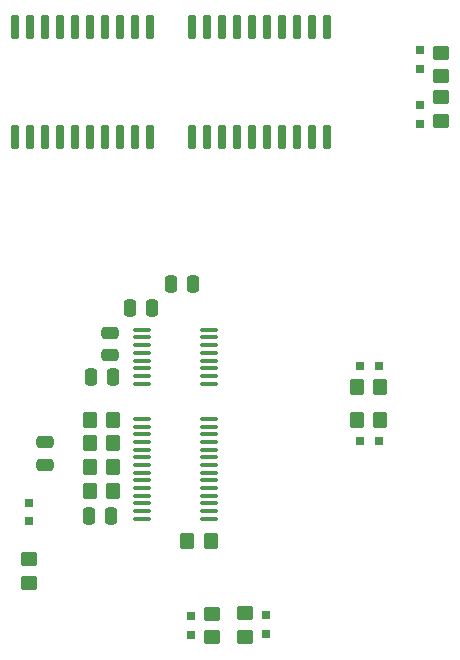
<source format=gbr>
%TF.GenerationSoftware,KiCad,Pcbnew,9.0.0*%
%TF.CreationDate,2025-03-08T15:00:36-07:00*%
%TF.ProjectId,Senior Capstone,53656e69-6f72-4204-9361-7073746f6e65,rev?*%
%TF.SameCoordinates,Original*%
%TF.FileFunction,Paste,Top*%
%TF.FilePolarity,Positive*%
%FSLAX46Y46*%
G04 Gerber Fmt 4.6, Leading zero omitted, Abs format (unit mm)*
G04 Created by KiCad (PCBNEW 9.0.0) date 2025-03-08 15:00:36*
%MOMM*%
%LPD*%
G01*
G04 APERTURE LIST*
G04 Aperture macros list*
%AMRoundRect*
0 Rectangle with rounded corners*
0 $1 Rounding radius*
0 $2 $3 $4 $5 $6 $7 $8 $9 X,Y pos of 4 corners*
0 Add a 4 corners polygon primitive as box body*
4,1,4,$2,$3,$4,$5,$6,$7,$8,$9,$2,$3,0*
0 Add four circle primitives for the rounded corners*
1,1,$1+$1,$2,$3*
1,1,$1+$1,$4,$5*
1,1,$1+$1,$6,$7*
1,1,$1+$1,$8,$9*
0 Add four rect primitives between the rounded corners*
20,1,$1+$1,$2,$3,$4,$5,0*
20,1,$1+$1,$4,$5,$6,$7,0*
20,1,$1+$1,$6,$7,$8,$9,0*
20,1,$1+$1,$8,$9,$2,$3,0*%
G04 Aperture macros list end*
%ADD10RoundRect,0.250000X-0.250000X-0.475000X0.250000X-0.475000X0.250000X0.475000X-0.250000X0.475000X0*%
%ADD11RoundRect,0.250000X-0.350000X-0.450000X0.350000X-0.450000X0.350000X0.450000X-0.350000X0.450000X0*%
%ADD12RoundRect,0.100000X-0.637500X-0.100000X0.637500X-0.100000X0.637500X0.100000X-0.637500X0.100000X0*%
%ADD13RoundRect,0.250000X0.250000X0.475000X-0.250000X0.475000X-0.250000X-0.475000X0.250000X-0.475000X0*%
%ADD14R,0.800000X0.800000*%
%ADD15RoundRect,0.250000X0.450000X-0.350000X0.450000X0.350000X-0.450000X0.350000X-0.450000X-0.350000X0*%
%ADD16RoundRect,0.075000X-0.225000X0.955000X-0.225000X-0.955000X0.225000X-0.955000X0.225000X0.955000X0*%
%ADD17RoundRect,0.250000X-0.450000X0.350000X-0.450000X-0.350000X0.450000X-0.350000X0.450000X0.350000X0*%
%ADD18RoundRect,0.250000X0.350000X0.450000X-0.350000X0.450000X-0.350000X-0.450000X0.350000X-0.450000X0*%
%ADD19RoundRect,0.250000X0.475000X-0.250000X0.475000X0.250000X-0.475000X0.250000X-0.475000X-0.250000X0*%
%ADD20RoundRect,0.250000X-0.475000X0.250000X-0.475000X-0.250000X0.475000X-0.250000X0.475000X0.250000X0*%
G04 APERTURE END LIST*
D10*
%TO.C,C6*%
X59325000Y-110700000D03*
X61225000Y-110700000D03*
%TD*%
D11*
%TO.C,R5*%
X59400000Y-108600000D03*
X61400000Y-108600000D03*
%TD*%
%TO.C,R2*%
X67675000Y-112875000D03*
X69675000Y-112875000D03*
%TD*%
D10*
%TO.C,C1*%
X62800000Y-93125000D03*
X64700000Y-93125000D03*
%TD*%
D11*
%TO.C,R3*%
X59400000Y-104600000D03*
X61400000Y-104600000D03*
%TD*%
D12*
%TO.C,U2*%
X63800000Y-102525000D03*
X63800000Y-103175000D03*
X63800000Y-103825000D03*
X63800000Y-104475000D03*
X63800000Y-105125000D03*
X63800000Y-105775000D03*
X63800000Y-106425000D03*
X63800000Y-107075000D03*
X63800000Y-107725000D03*
X63800000Y-108375000D03*
X63800000Y-109025000D03*
X63800000Y-109675000D03*
X63800000Y-110325000D03*
X63800000Y-110975000D03*
X69525000Y-110975000D03*
X69525000Y-110325000D03*
X69525000Y-109675000D03*
X69525000Y-109025000D03*
X69525000Y-108375000D03*
X69525000Y-107725000D03*
X69525000Y-107075000D03*
X69525000Y-106425000D03*
X69525000Y-105775000D03*
X69525000Y-105125000D03*
X69525000Y-104475000D03*
X69525000Y-103825000D03*
X69525000Y-103175000D03*
X69525000Y-102525000D03*
%TD*%
D10*
%TO.C,C4*%
X66275000Y-91075000D03*
X68175000Y-91075000D03*
%TD*%
D13*
%TO.C,C3*%
X61375000Y-99000000D03*
X59475000Y-99000000D03*
%TD*%
D14*
%TO.C,D4*%
X74350000Y-120750000D03*
X74350000Y-119150000D03*
%TD*%
D15*
%TO.C,R4*%
X54250000Y-116400000D03*
X54250000Y-114400000D03*
%TD*%
D14*
%TO.C,D7*%
X87370000Y-75910000D03*
X87370000Y-77510000D03*
%TD*%
D12*
%TO.C,U1*%
X63800000Y-94975000D03*
X63800000Y-95625000D03*
X63800000Y-96275000D03*
X63800000Y-96925000D03*
X63800000Y-97575000D03*
X63800000Y-98225000D03*
X63800000Y-98875000D03*
X63800000Y-99525000D03*
X69525000Y-99525000D03*
X69525000Y-98875000D03*
X69525000Y-98225000D03*
X69525000Y-97575000D03*
X69525000Y-96925000D03*
X69525000Y-96275000D03*
X69525000Y-95625000D03*
X69525000Y-94975000D03*
%TD*%
D14*
%TO.C,D2*%
X83900000Y-98000000D03*
X82300000Y-98000000D03*
%TD*%
D16*
%TO.C,U3*%
X79465000Y-69360000D03*
X78195000Y-69360000D03*
X76925000Y-69360000D03*
X75655000Y-69360000D03*
X74385000Y-69360000D03*
X73115000Y-69360000D03*
X71845000Y-69360000D03*
X70575000Y-69360000D03*
X69305000Y-69360000D03*
X68035000Y-69360000D03*
X68035000Y-78640000D03*
X69305000Y-78640000D03*
X70575000Y-78640000D03*
X71845000Y-78640000D03*
X73115000Y-78640000D03*
X74385000Y-78640000D03*
X75655000Y-78640000D03*
X76925000Y-78640000D03*
X78195000Y-78640000D03*
X79465000Y-78640000D03*
%TD*%
D17*
%TO.C,R12*%
X89170000Y-75280000D03*
X89170000Y-77280000D03*
%TD*%
D16*
%TO.C,U4*%
X64465000Y-69360000D03*
X63195000Y-69360000D03*
X61925000Y-69360000D03*
X60655000Y-69360000D03*
X59385000Y-69360000D03*
X58115000Y-69360000D03*
X56845000Y-69360000D03*
X55575000Y-69360000D03*
X54305000Y-69360000D03*
X53035000Y-69360000D03*
X53035000Y-78640000D03*
X54305000Y-78640000D03*
X55575000Y-78640000D03*
X56845000Y-78640000D03*
X58115000Y-78640000D03*
X59385000Y-78640000D03*
X60655000Y-78640000D03*
X61925000Y-78640000D03*
X63195000Y-78640000D03*
X64465000Y-78640000D03*
%TD*%
D14*
%TO.C,D5*%
X67950000Y-120800000D03*
X67950000Y-119200000D03*
%TD*%
D11*
%TO.C,R6*%
X59400000Y-106600000D03*
X61400000Y-106600000D03*
%TD*%
D15*
%TO.C,R10*%
X69750000Y-121000000D03*
X69750000Y-119000000D03*
%TD*%
D14*
%TO.C,D1*%
X54250000Y-109600000D03*
X54250000Y-111200000D03*
%TD*%
D18*
%TO.C,R7*%
X84000000Y-99800000D03*
X82000000Y-99800000D03*
%TD*%
D14*
%TO.C,D3*%
X83900000Y-104400000D03*
X82300000Y-104400000D03*
%TD*%
D18*
%TO.C,R8*%
X84000000Y-102600000D03*
X82000000Y-102600000D03*
%TD*%
D14*
%TO.C,D6*%
X87370000Y-72880000D03*
X87370000Y-71280000D03*
%TD*%
D15*
%TO.C,R9*%
X72550000Y-120950000D03*
X72550000Y-118950000D03*
%TD*%
D19*
%TO.C,C2*%
X61125000Y-97150000D03*
X61125000Y-95250000D03*
%TD*%
D11*
%TO.C,R1*%
X59400000Y-102600000D03*
X61400000Y-102600000D03*
%TD*%
D20*
%TO.C,C5*%
X55575000Y-104500000D03*
X55575000Y-106400000D03*
%TD*%
D15*
%TO.C,R11*%
X89170000Y-73500000D03*
X89170000Y-71500000D03*
%TD*%
M02*

</source>
